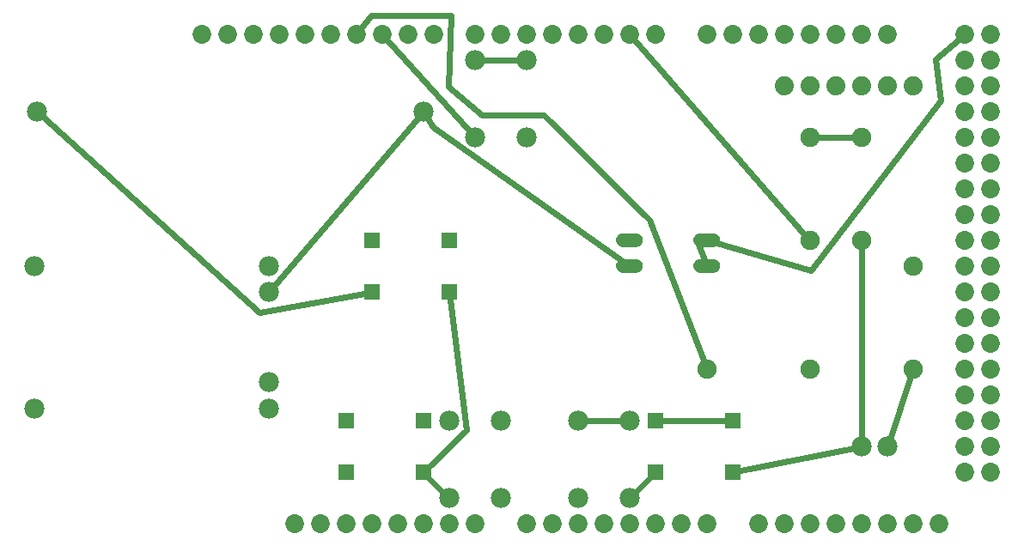
<source format=gbl>
G04 MADE WITH FRITZING*
G04 WWW.FRITZING.ORG*
G04 DOUBLE SIDED*
G04 HOLES PLATED*
G04 CONTOUR ON CENTER OF CONTOUR VECTOR*
%ASAXBY*%
%FSLAX23Y23*%
%MOIN*%
%OFA0B0*%
%SFA1.0B1.0*%
%ADD10C,0.072917*%
%ADD11C,0.075000*%
%ADD12C,0.052000*%
%ADD13C,0.078000*%
%ADD14C,0.074000*%
%ADD15C,0.059370*%
%ADD16C,0.024000*%
%ADD17R,0.001000X0.001000*%
%LNCOPPER0*%
G90*
G70*
G54D10*
X3007Y103D03*
X1407Y103D03*
X3107Y103D03*
X3207Y103D03*
X3307Y103D03*
X3407Y103D03*
X3707Y1503D03*
X3507Y103D03*
X3607Y103D03*
X1447Y2003D03*
X2007Y103D03*
X2107Y103D03*
X2207Y103D03*
X2307Y103D03*
X3707Y703D03*
X2407Y103D03*
X2507Y103D03*
X2607Y103D03*
X2707Y103D03*
X2207Y2003D03*
X3707Y1903D03*
X3707Y1103D03*
X3707Y303D03*
X1047Y2003D03*
X1807Y103D03*
X1807Y2003D03*
X3707Y1703D03*
X3707Y1303D03*
X3707Y903D03*
X3407Y2003D03*
X3707Y503D03*
X3307Y2003D03*
X3207Y2003D03*
X3107Y2003D03*
X3007Y2003D03*
X2907Y2003D03*
X2807Y2003D03*
X2707Y2003D03*
X847Y2003D03*
X1247Y2003D03*
X1647Y2003D03*
X1207Y103D03*
X1607Y103D03*
X2407Y2003D03*
X2007Y2003D03*
X3707Y2003D03*
X3707Y1803D03*
X3707Y1603D03*
X3707Y1403D03*
X3707Y1203D03*
X3707Y1003D03*
X3707Y803D03*
X3707Y603D03*
X3707Y403D03*
X747Y2003D03*
X947Y2003D03*
X1147Y2003D03*
X1347Y2003D03*
X1547Y2003D03*
X1107Y103D03*
X1307Y103D03*
X1507Y103D03*
X1707Y103D03*
X2507Y2003D03*
X2307Y2003D03*
X2107Y2003D03*
X1907Y2003D03*
X3807Y2003D03*
X3807Y1903D03*
X3807Y1803D03*
X3807Y1703D03*
X3807Y1603D03*
X3807Y1503D03*
X3807Y1403D03*
X3807Y1303D03*
X3807Y1203D03*
X3807Y1103D03*
X3807Y1003D03*
X3807Y903D03*
X3807Y803D03*
X3807Y703D03*
X3807Y603D03*
X3807Y503D03*
X3807Y403D03*
X3807Y303D03*
X2907Y103D03*
G54D11*
X3507Y1103D03*
X3507Y703D03*
G54D12*
X2707Y1103D03*
X2707Y1203D03*
X2407Y1203D03*
X2407Y1103D03*
G54D11*
X2707Y703D03*
X3107Y703D03*
G54D13*
X98Y1103D03*
X98Y551D03*
X1007Y1103D03*
X1007Y1003D03*
X1007Y652D03*
X1007Y551D03*
G54D14*
X3007Y1803D03*
X3107Y1803D03*
X3207Y1803D03*
X3307Y1803D03*
X3407Y1803D03*
X3507Y1803D03*
G54D13*
X1607Y1703D03*
X2207Y503D03*
X2207Y203D03*
X1807Y1603D03*
X1907Y203D03*
X2407Y203D03*
X1907Y503D03*
X1707Y503D03*
X107Y1703D03*
X2407Y503D03*
X2007Y1603D03*
X1807Y1903D03*
X1707Y203D03*
X2007Y1903D03*
G54D15*
X1307Y503D03*
X1607Y503D03*
X1307Y303D03*
X1607Y303D03*
X1707Y1003D03*
X1407Y1003D03*
X1707Y1203D03*
X1407Y1203D03*
X2507Y503D03*
X2807Y503D03*
X2507Y303D03*
X2807Y303D03*
G54D13*
X3407Y403D03*
X3307Y403D03*
G54D11*
X3307Y1203D03*
X3307Y1603D03*
X3107Y1203D03*
X3107Y1603D03*
G54D16*
X3595Y1906D02*
X3614Y1745D01*
D02*
X3684Y1983D02*
X3595Y1906D01*
D02*
X3614Y1745D02*
X3110Y1087D01*
D02*
X3110Y1087D02*
X2733Y1195D01*
D02*
X3417Y431D02*
X3498Y676D01*
D02*
X3136Y1603D02*
X3279Y1603D01*
D02*
X3278Y397D02*
X2838Y309D01*
D02*
X3307Y1174D02*
X3307Y433D01*
D02*
X1467Y1980D02*
X1787Y1625D01*
D02*
X1027Y1026D02*
X1588Y1680D01*
D02*
X2385Y1118D02*
X1644Y1643D01*
X1644Y1643D02*
X1623Y1677D01*
D02*
X2237Y503D02*
X2377Y503D01*
D02*
X2777Y503D02*
X2538Y503D01*
D02*
X2427Y1980D02*
X3088Y1224D01*
D02*
X1977Y1903D02*
X1837Y1903D01*
D02*
X130Y1683D02*
X972Y923D01*
X972Y923D02*
X1377Y997D01*
D02*
X1686Y224D02*
X1629Y281D01*
D02*
X2486Y281D02*
X2429Y224D01*
D02*
X1711Y972D02*
X1776Y467D01*
X1776Y467D02*
X1629Y324D01*
D02*
X1366Y2027D02*
X1404Y2075D01*
X1404Y2075D02*
X1716Y2075D01*
X1716Y2075D02*
X1706Y1801D01*
D02*
X1706Y1801D02*
X1836Y1691D01*
X1836Y1691D02*
X2076Y1691D01*
X2076Y1691D02*
X2484Y1283D01*
X2484Y1283D02*
X2697Y729D01*
D02*
X2683Y1191D02*
X2676Y1187D01*
X2676Y1187D02*
X2698Y1128D01*
G54D17*
X1378Y1232D02*
X1436Y1232D01*
X1678Y1232D02*
X1736Y1232D01*
X1378Y1231D02*
X1436Y1231D01*
X1678Y1231D02*
X1736Y1231D01*
X1378Y1230D02*
X1436Y1230D01*
X1678Y1230D02*
X1736Y1230D01*
X1378Y1229D02*
X1436Y1229D01*
X1678Y1229D02*
X1736Y1229D01*
X2378Y1229D02*
X2436Y1229D01*
X2678Y1229D02*
X2736Y1229D01*
X1378Y1228D02*
X1436Y1228D01*
X1678Y1228D02*
X1736Y1228D01*
X2373Y1228D02*
X2440Y1228D01*
X2673Y1228D02*
X2740Y1228D01*
X1378Y1227D02*
X1436Y1227D01*
X1678Y1227D02*
X1736Y1227D01*
X2371Y1227D02*
X2443Y1227D01*
X2671Y1227D02*
X2743Y1227D01*
X1378Y1226D02*
X1436Y1226D01*
X1678Y1226D02*
X1736Y1226D01*
X2369Y1226D02*
X2445Y1226D01*
X2669Y1226D02*
X2745Y1226D01*
X1378Y1225D02*
X1436Y1225D01*
X1678Y1225D02*
X1736Y1225D01*
X2367Y1225D02*
X2446Y1225D01*
X2667Y1225D02*
X2746Y1225D01*
X1378Y1224D02*
X1436Y1224D01*
X1678Y1224D02*
X1736Y1224D01*
X2366Y1224D02*
X2448Y1224D01*
X2666Y1224D02*
X2748Y1224D01*
X1378Y1223D02*
X1436Y1223D01*
X1678Y1223D02*
X1736Y1223D01*
X2365Y1223D02*
X2449Y1223D01*
X2665Y1223D02*
X2749Y1223D01*
X1378Y1222D02*
X1401Y1222D01*
X1413Y1222D02*
X1436Y1222D01*
X1678Y1222D02*
X1701Y1222D01*
X1713Y1222D02*
X1736Y1222D01*
X2363Y1222D02*
X2450Y1222D01*
X2663Y1222D02*
X2750Y1222D01*
X1378Y1221D02*
X1398Y1221D01*
X1416Y1221D02*
X1436Y1221D01*
X1678Y1221D02*
X1698Y1221D01*
X1716Y1221D02*
X1736Y1221D01*
X2362Y1221D02*
X2451Y1221D01*
X2662Y1221D02*
X2751Y1221D01*
X1378Y1220D02*
X1396Y1220D01*
X1418Y1220D02*
X1436Y1220D01*
X1678Y1220D02*
X1696Y1220D01*
X1718Y1220D02*
X1736Y1220D01*
X2362Y1220D02*
X2452Y1220D01*
X2662Y1220D02*
X2752Y1220D01*
X1378Y1219D02*
X1395Y1219D01*
X1419Y1219D02*
X1436Y1219D01*
X1678Y1219D02*
X1695Y1219D01*
X1719Y1219D02*
X1736Y1219D01*
X2361Y1219D02*
X2404Y1219D01*
X2410Y1219D02*
X2453Y1219D01*
X2661Y1219D02*
X2704Y1219D01*
X2710Y1219D02*
X2753Y1219D01*
X1378Y1218D02*
X1393Y1218D01*
X1420Y1218D02*
X1436Y1218D01*
X1678Y1218D02*
X1693Y1218D01*
X1720Y1218D02*
X1736Y1218D01*
X2360Y1218D02*
X2400Y1218D01*
X2413Y1218D02*
X2454Y1218D01*
X2660Y1218D02*
X2700Y1218D01*
X2713Y1218D02*
X2754Y1218D01*
X1378Y1217D02*
X1392Y1217D01*
X1421Y1217D02*
X1436Y1217D01*
X1678Y1217D02*
X1692Y1217D01*
X1721Y1217D02*
X1736Y1217D01*
X2359Y1217D02*
X2398Y1217D01*
X2415Y1217D02*
X2454Y1217D01*
X2659Y1217D02*
X2698Y1217D01*
X2715Y1217D02*
X2754Y1217D01*
X1378Y1216D02*
X1391Y1216D01*
X1422Y1216D02*
X1436Y1216D01*
X1678Y1216D02*
X1691Y1216D01*
X1722Y1216D02*
X1736Y1216D01*
X2359Y1216D02*
X2397Y1216D01*
X2417Y1216D02*
X2455Y1216D01*
X2659Y1216D02*
X2697Y1216D01*
X2717Y1216D02*
X2755Y1216D01*
X1378Y1215D02*
X1391Y1215D01*
X1423Y1215D02*
X1436Y1215D01*
X1678Y1215D02*
X1691Y1215D01*
X1723Y1215D02*
X1736Y1215D01*
X2358Y1215D02*
X2396Y1215D01*
X2418Y1215D02*
X2455Y1215D01*
X2658Y1215D02*
X2696Y1215D01*
X2718Y1215D02*
X2755Y1215D01*
X1378Y1214D02*
X1390Y1214D01*
X1424Y1214D02*
X1436Y1214D01*
X1678Y1214D02*
X1690Y1214D01*
X1724Y1214D02*
X1736Y1214D01*
X2358Y1214D02*
X2395Y1214D01*
X2419Y1214D02*
X2456Y1214D01*
X2658Y1214D02*
X2695Y1214D01*
X2719Y1214D02*
X2756Y1214D01*
X1378Y1213D02*
X1389Y1213D01*
X1424Y1213D02*
X1436Y1213D01*
X1678Y1213D02*
X1689Y1213D01*
X1724Y1213D02*
X1736Y1213D01*
X2357Y1213D02*
X2394Y1213D01*
X2420Y1213D02*
X2456Y1213D01*
X2657Y1213D02*
X2694Y1213D01*
X2720Y1213D02*
X2756Y1213D01*
X1378Y1212D02*
X1389Y1212D01*
X1425Y1212D02*
X1436Y1212D01*
X1678Y1212D02*
X1689Y1212D01*
X1725Y1212D02*
X1736Y1212D01*
X2357Y1212D02*
X2393Y1212D01*
X2421Y1212D02*
X2457Y1212D01*
X2657Y1212D02*
X2693Y1212D01*
X2721Y1212D02*
X2757Y1212D01*
X1378Y1211D02*
X1388Y1211D01*
X1425Y1211D02*
X1436Y1211D01*
X1678Y1211D02*
X1688Y1211D01*
X1725Y1211D02*
X1736Y1211D01*
X2356Y1211D02*
X2392Y1211D01*
X2421Y1211D02*
X2457Y1211D01*
X2656Y1211D02*
X2692Y1211D01*
X2721Y1211D02*
X2757Y1211D01*
X1378Y1210D02*
X1388Y1210D01*
X1426Y1210D02*
X1436Y1210D01*
X1678Y1210D02*
X1688Y1210D01*
X1726Y1210D02*
X1736Y1210D01*
X2356Y1210D02*
X2392Y1210D01*
X2422Y1210D02*
X2457Y1210D01*
X2656Y1210D02*
X2692Y1210D01*
X2722Y1210D02*
X2757Y1210D01*
X1378Y1209D02*
X1388Y1209D01*
X1426Y1209D02*
X1436Y1209D01*
X1678Y1209D02*
X1688Y1209D01*
X1726Y1209D02*
X1736Y1209D01*
X2356Y1209D02*
X2391Y1209D01*
X2422Y1209D02*
X2458Y1209D01*
X2656Y1209D02*
X2691Y1209D01*
X2722Y1209D02*
X2758Y1209D01*
X1378Y1208D02*
X1387Y1208D01*
X1426Y1208D02*
X1436Y1208D01*
X1678Y1208D02*
X1687Y1208D01*
X1726Y1208D02*
X1736Y1208D01*
X2356Y1208D02*
X2391Y1208D01*
X2422Y1208D02*
X2458Y1208D01*
X2656Y1208D02*
X2691Y1208D01*
X2722Y1208D02*
X2758Y1208D01*
X1378Y1207D02*
X1387Y1207D01*
X1427Y1207D02*
X1436Y1207D01*
X1678Y1207D02*
X1687Y1207D01*
X1727Y1207D02*
X1736Y1207D01*
X2356Y1207D02*
X2391Y1207D01*
X2423Y1207D02*
X2458Y1207D01*
X2656Y1207D02*
X2691Y1207D01*
X2723Y1207D02*
X2758Y1207D01*
X1378Y1206D02*
X1387Y1206D01*
X1427Y1206D02*
X1436Y1206D01*
X1678Y1206D02*
X1687Y1206D01*
X1727Y1206D02*
X1736Y1206D01*
X2355Y1206D02*
X2391Y1206D01*
X2423Y1206D02*
X2458Y1206D01*
X2655Y1206D02*
X2691Y1206D01*
X2723Y1206D02*
X2758Y1206D01*
X1378Y1205D02*
X1387Y1205D01*
X1427Y1205D02*
X1436Y1205D01*
X1678Y1205D02*
X1687Y1205D01*
X1727Y1205D02*
X1736Y1205D01*
X2355Y1205D02*
X2390Y1205D01*
X2423Y1205D02*
X2458Y1205D01*
X2655Y1205D02*
X2690Y1205D01*
X2723Y1205D02*
X2758Y1205D01*
X1378Y1204D02*
X1387Y1204D01*
X1427Y1204D02*
X1436Y1204D01*
X1678Y1204D02*
X1687Y1204D01*
X1727Y1204D02*
X1736Y1204D01*
X2355Y1204D02*
X2390Y1204D01*
X2423Y1204D02*
X2458Y1204D01*
X2655Y1204D02*
X2690Y1204D01*
X2723Y1204D02*
X2758Y1204D01*
X1378Y1203D02*
X1387Y1203D01*
X1427Y1203D02*
X1436Y1203D01*
X1678Y1203D02*
X1687Y1203D01*
X1727Y1203D02*
X1736Y1203D01*
X2355Y1203D02*
X2390Y1203D01*
X2423Y1203D02*
X2458Y1203D01*
X2655Y1203D02*
X2690Y1203D01*
X2723Y1203D02*
X2758Y1203D01*
X1378Y1202D02*
X1387Y1202D01*
X1427Y1202D02*
X1436Y1202D01*
X1678Y1202D02*
X1687Y1202D01*
X1727Y1202D02*
X1736Y1202D01*
X2355Y1202D02*
X2390Y1202D01*
X2423Y1202D02*
X2458Y1202D01*
X2655Y1202D02*
X2690Y1202D01*
X2723Y1202D02*
X2758Y1202D01*
X1378Y1201D02*
X1387Y1201D01*
X1427Y1201D02*
X1436Y1201D01*
X1678Y1201D02*
X1687Y1201D01*
X1727Y1201D02*
X1736Y1201D01*
X2355Y1201D02*
X2391Y1201D01*
X2423Y1201D02*
X2458Y1201D01*
X2655Y1201D02*
X2691Y1201D01*
X2723Y1201D02*
X2758Y1201D01*
X1378Y1200D02*
X1387Y1200D01*
X1427Y1200D02*
X1436Y1200D01*
X1678Y1200D02*
X1687Y1200D01*
X1727Y1200D02*
X1736Y1200D01*
X2356Y1200D02*
X2391Y1200D01*
X2423Y1200D02*
X2458Y1200D01*
X2656Y1200D02*
X2691Y1200D01*
X2723Y1200D02*
X2758Y1200D01*
X1378Y1199D02*
X1387Y1199D01*
X1426Y1199D02*
X1436Y1199D01*
X1678Y1199D02*
X1687Y1199D01*
X1726Y1199D02*
X1736Y1199D01*
X2356Y1199D02*
X2391Y1199D01*
X2423Y1199D02*
X2458Y1199D01*
X2656Y1199D02*
X2691Y1199D01*
X2723Y1199D02*
X2758Y1199D01*
X1378Y1198D02*
X1387Y1198D01*
X1426Y1198D02*
X1436Y1198D01*
X1678Y1198D02*
X1687Y1198D01*
X1726Y1198D02*
X1736Y1198D01*
X2356Y1198D02*
X2391Y1198D01*
X2422Y1198D02*
X2458Y1198D01*
X2656Y1198D02*
X2691Y1198D01*
X2722Y1198D02*
X2758Y1198D01*
X1378Y1197D02*
X1388Y1197D01*
X1426Y1197D02*
X1436Y1197D01*
X1678Y1197D02*
X1688Y1197D01*
X1726Y1197D02*
X1736Y1197D01*
X2356Y1197D02*
X2392Y1197D01*
X2422Y1197D02*
X2458Y1197D01*
X2656Y1197D02*
X2692Y1197D01*
X2722Y1197D02*
X2758Y1197D01*
X1378Y1196D02*
X1388Y1196D01*
X1426Y1196D02*
X1436Y1196D01*
X1678Y1196D02*
X1688Y1196D01*
X1726Y1196D02*
X1736Y1196D01*
X2356Y1196D02*
X2392Y1196D01*
X2421Y1196D02*
X2457Y1196D01*
X2656Y1196D02*
X2692Y1196D01*
X2721Y1196D02*
X2757Y1196D01*
X1378Y1195D02*
X1388Y1195D01*
X1425Y1195D02*
X1436Y1195D01*
X1678Y1195D02*
X1688Y1195D01*
X1725Y1195D02*
X1736Y1195D01*
X2357Y1195D02*
X2393Y1195D01*
X2421Y1195D02*
X2457Y1195D01*
X2657Y1195D02*
X2693Y1195D01*
X2721Y1195D02*
X2757Y1195D01*
X1378Y1194D02*
X1389Y1194D01*
X1425Y1194D02*
X1436Y1194D01*
X1678Y1194D02*
X1689Y1194D01*
X1725Y1194D02*
X1736Y1194D01*
X2357Y1194D02*
X2393Y1194D01*
X2420Y1194D02*
X2457Y1194D01*
X2657Y1194D02*
X2693Y1194D01*
X2720Y1194D02*
X2757Y1194D01*
X1378Y1193D02*
X1390Y1193D01*
X1424Y1193D02*
X1436Y1193D01*
X1678Y1193D02*
X1690Y1193D01*
X1724Y1193D02*
X1736Y1193D01*
X2357Y1193D02*
X2394Y1193D01*
X2419Y1193D02*
X2456Y1193D01*
X2657Y1193D02*
X2694Y1193D01*
X2719Y1193D02*
X2756Y1193D01*
X1378Y1192D02*
X1390Y1192D01*
X1423Y1192D02*
X1436Y1192D01*
X1678Y1192D02*
X1690Y1192D01*
X1723Y1192D02*
X1736Y1192D01*
X2358Y1192D02*
X2395Y1192D01*
X2419Y1192D02*
X2456Y1192D01*
X2658Y1192D02*
X2695Y1192D01*
X2719Y1192D02*
X2756Y1192D01*
X1378Y1191D02*
X1391Y1191D01*
X1423Y1191D02*
X1436Y1191D01*
X1678Y1191D02*
X1691Y1191D01*
X1723Y1191D02*
X1736Y1191D01*
X2358Y1191D02*
X2396Y1191D01*
X2417Y1191D02*
X2455Y1191D01*
X2658Y1191D02*
X2696Y1191D01*
X2717Y1191D02*
X2755Y1191D01*
X1378Y1190D02*
X1392Y1190D01*
X1422Y1190D02*
X1436Y1190D01*
X1678Y1190D02*
X1692Y1190D01*
X1722Y1190D02*
X1736Y1190D01*
X2359Y1190D02*
X2397Y1190D01*
X2416Y1190D02*
X2455Y1190D01*
X2659Y1190D02*
X2697Y1190D01*
X2716Y1190D02*
X2755Y1190D01*
X1378Y1189D02*
X1393Y1189D01*
X1421Y1189D02*
X1436Y1189D01*
X1678Y1189D02*
X1693Y1189D01*
X1721Y1189D02*
X1736Y1189D01*
X2360Y1189D02*
X2399Y1189D01*
X2414Y1189D02*
X2454Y1189D01*
X2660Y1189D02*
X2699Y1189D01*
X2714Y1189D02*
X2754Y1189D01*
X1378Y1188D02*
X1394Y1188D01*
X1420Y1188D02*
X1436Y1188D01*
X1678Y1188D02*
X1694Y1188D01*
X1720Y1188D02*
X1736Y1188D01*
X2360Y1188D02*
X2402Y1188D01*
X2412Y1188D02*
X2453Y1188D01*
X2660Y1188D02*
X2702Y1188D01*
X2712Y1188D02*
X2753Y1188D01*
X1378Y1187D02*
X1395Y1187D01*
X1418Y1187D02*
X1436Y1187D01*
X1678Y1187D02*
X1695Y1187D01*
X1718Y1187D02*
X1736Y1187D01*
X2361Y1187D02*
X2452Y1187D01*
X2661Y1187D02*
X2752Y1187D01*
X1378Y1186D02*
X1397Y1186D01*
X1417Y1186D02*
X1436Y1186D01*
X1678Y1186D02*
X1697Y1186D01*
X1717Y1186D02*
X1736Y1186D01*
X2362Y1186D02*
X2452Y1186D01*
X2662Y1186D02*
X2752Y1186D01*
X1378Y1185D02*
X1399Y1185D01*
X1415Y1185D02*
X1436Y1185D01*
X1678Y1185D02*
X1699Y1185D01*
X1715Y1185D02*
X1736Y1185D01*
X2363Y1185D02*
X2451Y1185D01*
X2663Y1185D02*
X2751Y1185D01*
X1378Y1184D02*
X1402Y1184D01*
X1411Y1184D02*
X1436Y1184D01*
X1678Y1184D02*
X1702Y1184D01*
X1711Y1184D02*
X1736Y1184D01*
X2364Y1184D02*
X2450Y1184D01*
X2664Y1184D02*
X2750Y1184D01*
X1378Y1183D02*
X1436Y1183D01*
X1678Y1183D02*
X1736Y1183D01*
X2365Y1183D02*
X2448Y1183D01*
X2665Y1183D02*
X2748Y1183D01*
X1378Y1182D02*
X1436Y1182D01*
X1678Y1182D02*
X1736Y1182D01*
X2366Y1182D02*
X2447Y1182D01*
X2666Y1182D02*
X2747Y1182D01*
X1378Y1181D02*
X1436Y1181D01*
X1678Y1181D02*
X1736Y1181D01*
X2368Y1181D02*
X2446Y1181D01*
X2668Y1181D02*
X2746Y1181D01*
X1378Y1180D02*
X1436Y1180D01*
X1678Y1180D02*
X1736Y1180D01*
X2370Y1180D02*
X2444Y1180D01*
X2670Y1180D02*
X2744Y1180D01*
X1378Y1179D02*
X1436Y1179D01*
X1678Y1179D02*
X1736Y1179D01*
X2372Y1179D02*
X2442Y1179D01*
X2672Y1179D02*
X2742Y1179D01*
X1378Y1178D02*
X1436Y1178D01*
X1678Y1178D02*
X1736Y1178D01*
X2375Y1178D02*
X2438Y1178D01*
X2675Y1178D02*
X2738Y1178D01*
X1378Y1177D02*
X1436Y1177D01*
X1678Y1177D02*
X1736Y1177D01*
X1378Y1176D02*
X1436Y1176D01*
X1678Y1176D02*
X1736Y1176D01*
X1378Y1175D02*
X1436Y1175D01*
X1678Y1175D02*
X1736Y1175D01*
X1378Y1174D02*
X1436Y1174D01*
X1678Y1174D02*
X1736Y1174D01*
X2378Y1129D02*
X2436Y1129D01*
X2678Y1129D02*
X2736Y1129D01*
X2373Y1128D02*
X2440Y1128D01*
X2673Y1128D02*
X2740Y1128D01*
X2371Y1127D02*
X2443Y1127D01*
X2671Y1127D02*
X2743Y1127D01*
X2369Y1126D02*
X2445Y1126D01*
X2669Y1126D02*
X2745Y1126D01*
X2367Y1125D02*
X2446Y1125D01*
X2667Y1125D02*
X2746Y1125D01*
X2366Y1124D02*
X2448Y1124D01*
X2666Y1124D02*
X2748Y1124D01*
X2365Y1123D02*
X2449Y1123D01*
X2665Y1123D02*
X2749Y1123D01*
X2363Y1122D02*
X2450Y1122D01*
X2663Y1122D02*
X2750Y1122D01*
X2362Y1121D02*
X2451Y1121D01*
X2662Y1121D02*
X2751Y1121D01*
X2362Y1120D02*
X2452Y1120D01*
X2662Y1120D02*
X2752Y1120D01*
X2361Y1119D02*
X2404Y1119D01*
X2410Y1119D02*
X2453Y1119D01*
X2661Y1119D02*
X2704Y1119D01*
X2710Y1119D02*
X2753Y1119D01*
X2360Y1118D02*
X2400Y1118D01*
X2413Y1118D02*
X2454Y1118D01*
X2660Y1118D02*
X2700Y1118D01*
X2713Y1118D02*
X2754Y1118D01*
X2359Y1117D02*
X2398Y1117D01*
X2415Y1117D02*
X2454Y1117D01*
X2659Y1117D02*
X2698Y1117D01*
X2715Y1117D02*
X2754Y1117D01*
X2359Y1116D02*
X2397Y1116D01*
X2417Y1116D02*
X2455Y1116D01*
X2659Y1116D02*
X2697Y1116D01*
X2717Y1116D02*
X2755Y1116D01*
X2358Y1115D02*
X2396Y1115D01*
X2418Y1115D02*
X2455Y1115D01*
X2658Y1115D02*
X2696Y1115D01*
X2718Y1115D02*
X2755Y1115D01*
X2358Y1114D02*
X2395Y1114D01*
X2419Y1114D02*
X2456Y1114D01*
X2658Y1114D02*
X2695Y1114D01*
X2719Y1114D02*
X2756Y1114D01*
X2357Y1113D02*
X2394Y1113D01*
X2420Y1113D02*
X2456Y1113D01*
X2657Y1113D02*
X2694Y1113D01*
X2720Y1113D02*
X2756Y1113D01*
X2357Y1112D02*
X2393Y1112D01*
X2421Y1112D02*
X2457Y1112D01*
X2657Y1112D02*
X2693Y1112D01*
X2721Y1112D02*
X2757Y1112D01*
X2356Y1111D02*
X2392Y1111D01*
X2421Y1111D02*
X2457Y1111D01*
X2656Y1111D02*
X2692Y1111D01*
X2721Y1111D02*
X2757Y1111D01*
X2356Y1110D02*
X2392Y1110D01*
X2422Y1110D02*
X2457Y1110D01*
X2656Y1110D02*
X2692Y1110D01*
X2722Y1110D02*
X2757Y1110D01*
X2356Y1109D02*
X2391Y1109D01*
X2422Y1109D02*
X2458Y1109D01*
X2656Y1109D02*
X2691Y1109D01*
X2722Y1109D02*
X2758Y1109D01*
X2356Y1108D02*
X2391Y1108D01*
X2422Y1108D02*
X2458Y1108D01*
X2656Y1108D02*
X2691Y1108D01*
X2722Y1108D02*
X2758Y1108D01*
X2356Y1107D02*
X2391Y1107D01*
X2423Y1107D02*
X2458Y1107D01*
X2656Y1107D02*
X2691Y1107D01*
X2723Y1107D02*
X2758Y1107D01*
X2355Y1106D02*
X2391Y1106D01*
X2423Y1106D02*
X2458Y1106D01*
X2655Y1106D02*
X2691Y1106D01*
X2723Y1106D02*
X2758Y1106D01*
X2355Y1105D02*
X2390Y1105D01*
X2423Y1105D02*
X2458Y1105D01*
X2655Y1105D02*
X2690Y1105D01*
X2723Y1105D02*
X2758Y1105D01*
X2355Y1104D02*
X2390Y1104D01*
X2423Y1104D02*
X2458Y1104D01*
X2655Y1104D02*
X2690Y1104D01*
X2723Y1104D02*
X2758Y1104D01*
X2355Y1103D02*
X2390Y1103D01*
X2423Y1103D02*
X2458Y1103D01*
X2655Y1103D02*
X2690Y1103D01*
X2723Y1103D02*
X2758Y1103D01*
X2355Y1102D02*
X2390Y1102D01*
X2423Y1102D02*
X2458Y1102D01*
X2655Y1102D02*
X2690Y1102D01*
X2723Y1102D02*
X2758Y1102D01*
X2355Y1101D02*
X2391Y1101D01*
X2423Y1101D02*
X2458Y1101D01*
X2655Y1101D02*
X2691Y1101D01*
X2723Y1101D02*
X2758Y1101D01*
X2356Y1100D02*
X2391Y1100D01*
X2423Y1100D02*
X2458Y1100D01*
X2656Y1100D02*
X2691Y1100D01*
X2723Y1100D02*
X2758Y1100D01*
X2356Y1099D02*
X2391Y1099D01*
X2423Y1099D02*
X2458Y1099D01*
X2656Y1099D02*
X2691Y1099D01*
X2723Y1099D02*
X2758Y1099D01*
X2356Y1098D02*
X2391Y1098D01*
X2422Y1098D02*
X2458Y1098D01*
X2656Y1098D02*
X2691Y1098D01*
X2722Y1098D02*
X2758Y1098D01*
X2356Y1097D02*
X2392Y1097D01*
X2422Y1097D02*
X2458Y1097D01*
X2656Y1097D02*
X2692Y1097D01*
X2722Y1097D02*
X2758Y1097D01*
X2356Y1096D02*
X2392Y1096D01*
X2421Y1096D02*
X2457Y1096D01*
X2656Y1096D02*
X2692Y1096D01*
X2721Y1096D02*
X2757Y1096D01*
X2357Y1095D02*
X2393Y1095D01*
X2421Y1095D02*
X2457Y1095D01*
X2657Y1095D02*
X2693Y1095D01*
X2721Y1095D02*
X2757Y1095D01*
X2357Y1094D02*
X2393Y1094D01*
X2420Y1094D02*
X2457Y1094D01*
X2657Y1094D02*
X2693Y1094D01*
X2720Y1094D02*
X2757Y1094D01*
X2357Y1093D02*
X2394Y1093D01*
X2419Y1093D02*
X2456Y1093D01*
X2657Y1093D02*
X2694Y1093D01*
X2719Y1093D02*
X2756Y1093D01*
X2358Y1092D02*
X2395Y1092D01*
X2419Y1092D02*
X2456Y1092D01*
X2658Y1092D02*
X2695Y1092D01*
X2719Y1092D02*
X2756Y1092D01*
X2358Y1091D02*
X2396Y1091D01*
X2417Y1091D02*
X2455Y1091D01*
X2658Y1091D02*
X2696Y1091D01*
X2717Y1091D02*
X2755Y1091D01*
X2359Y1090D02*
X2397Y1090D01*
X2416Y1090D02*
X2455Y1090D01*
X2659Y1090D02*
X2697Y1090D01*
X2716Y1090D02*
X2755Y1090D01*
X2360Y1089D02*
X2399Y1089D01*
X2414Y1089D02*
X2454Y1089D01*
X2660Y1089D02*
X2699Y1089D01*
X2714Y1089D02*
X2754Y1089D01*
X2360Y1088D02*
X2402Y1088D01*
X2412Y1088D02*
X2453Y1088D01*
X2660Y1088D02*
X2702Y1088D01*
X2712Y1088D02*
X2753Y1088D01*
X2361Y1087D02*
X2452Y1087D01*
X2661Y1087D02*
X2752Y1087D01*
X2362Y1086D02*
X2452Y1086D01*
X2662Y1086D02*
X2752Y1086D01*
X2363Y1085D02*
X2451Y1085D01*
X2663Y1085D02*
X2751Y1085D01*
X2364Y1084D02*
X2450Y1084D01*
X2664Y1084D02*
X2750Y1084D01*
X2365Y1083D02*
X2448Y1083D01*
X2665Y1083D02*
X2748Y1083D01*
X2366Y1082D02*
X2447Y1082D01*
X2666Y1082D02*
X2747Y1082D01*
X2368Y1081D02*
X2446Y1081D01*
X2668Y1081D02*
X2746Y1081D01*
X2370Y1080D02*
X2444Y1080D01*
X2670Y1080D02*
X2744Y1080D01*
X2372Y1079D02*
X2442Y1079D01*
X2672Y1079D02*
X2742Y1079D01*
X2375Y1078D02*
X2438Y1078D01*
X2675Y1078D02*
X2738Y1078D01*
X1378Y1032D02*
X1436Y1032D01*
X1678Y1032D02*
X1736Y1032D01*
X1378Y1031D02*
X1436Y1031D01*
X1678Y1031D02*
X1736Y1031D01*
X1378Y1030D02*
X1436Y1030D01*
X1678Y1030D02*
X1736Y1030D01*
X1378Y1029D02*
X1436Y1029D01*
X1678Y1029D02*
X1736Y1029D01*
X1378Y1028D02*
X1436Y1028D01*
X1678Y1028D02*
X1736Y1028D01*
X1378Y1027D02*
X1436Y1027D01*
X1678Y1027D02*
X1736Y1027D01*
X1378Y1026D02*
X1436Y1026D01*
X1678Y1026D02*
X1736Y1026D01*
X1378Y1025D02*
X1436Y1025D01*
X1678Y1025D02*
X1736Y1025D01*
X1378Y1024D02*
X1436Y1024D01*
X1678Y1024D02*
X1736Y1024D01*
X1378Y1023D02*
X1436Y1023D01*
X1678Y1023D02*
X1736Y1023D01*
X1378Y1022D02*
X1401Y1022D01*
X1413Y1022D02*
X1436Y1022D01*
X1678Y1022D02*
X1701Y1022D01*
X1713Y1022D02*
X1736Y1022D01*
X1378Y1021D02*
X1398Y1021D01*
X1416Y1021D02*
X1436Y1021D01*
X1678Y1021D02*
X1698Y1021D01*
X1716Y1021D02*
X1736Y1021D01*
X1378Y1020D02*
X1396Y1020D01*
X1418Y1020D02*
X1436Y1020D01*
X1678Y1020D02*
X1696Y1020D01*
X1718Y1020D02*
X1736Y1020D01*
X1378Y1019D02*
X1395Y1019D01*
X1419Y1019D02*
X1436Y1019D01*
X1678Y1019D02*
X1695Y1019D01*
X1719Y1019D02*
X1736Y1019D01*
X1378Y1018D02*
X1393Y1018D01*
X1420Y1018D02*
X1436Y1018D01*
X1678Y1018D02*
X1693Y1018D01*
X1720Y1018D02*
X1736Y1018D01*
X1378Y1017D02*
X1392Y1017D01*
X1421Y1017D02*
X1436Y1017D01*
X1678Y1017D02*
X1692Y1017D01*
X1721Y1017D02*
X1736Y1017D01*
X1378Y1016D02*
X1391Y1016D01*
X1422Y1016D02*
X1436Y1016D01*
X1678Y1016D02*
X1691Y1016D01*
X1722Y1016D02*
X1736Y1016D01*
X1378Y1015D02*
X1391Y1015D01*
X1423Y1015D02*
X1436Y1015D01*
X1678Y1015D02*
X1691Y1015D01*
X1723Y1015D02*
X1736Y1015D01*
X1378Y1014D02*
X1390Y1014D01*
X1424Y1014D02*
X1436Y1014D01*
X1678Y1014D02*
X1690Y1014D01*
X1724Y1014D02*
X1736Y1014D01*
X1378Y1013D02*
X1389Y1013D01*
X1424Y1013D02*
X1436Y1013D01*
X1678Y1013D02*
X1689Y1013D01*
X1724Y1013D02*
X1736Y1013D01*
X1378Y1012D02*
X1389Y1012D01*
X1425Y1012D02*
X1436Y1012D01*
X1678Y1012D02*
X1689Y1012D01*
X1725Y1012D02*
X1736Y1012D01*
X1378Y1011D02*
X1388Y1011D01*
X1425Y1011D02*
X1436Y1011D01*
X1678Y1011D02*
X1688Y1011D01*
X1725Y1011D02*
X1736Y1011D01*
X1378Y1010D02*
X1388Y1010D01*
X1426Y1010D02*
X1436Y1010D01*
X1678Y1010D02*
X1688Y1010D01*
X1726Y1010D02*
X1736Y1010D01*
X1378Y1009D02*
X1388Y1009D01*
X1426Y1009D02*
X1436Y1009D01*
X1678Y1009D02*
X1688Y1009D01*
X1726Y1009D02*
X1736Y1009D01*
X1378Y1008D02*
X1387Y1008D01*
X1426Y1008D02*
X1436Y1008D01*
X1678Y1008D02*
X1687Y1008D01*
X1726Y1008D02*
X1736Y1008D01*
X1378Y1007D02*
X1387Y1007D01*
X1427Y1007D02*
X1436Y1007D01*
X1678Y1007D02*
X1687Y1007D01*
X1727Y1007D02*
X1736Y1007D01*
X1378Y1006D02*
X1387Y1006D01*
X1427Y1006D02*
X1436Y1006D01*
X1678Y1006D02*
X1687Y1006D01*
X1727Y1006D02*
X1736Y1006D01*
X1378Y1005D02*
X1387Y1005D01*
X1427Y1005D02*
X1436Y1005D01*
X1678Y1005D02*
X1687Y1005D01*
X1727Y1005D02*
X1736Y1005D01*
X1378Y1004D02*
X1387Y1004D01*
X1427Y1004D02*
X1436Y1004D01*
X1678Y1004D02*
X1687Y1004D01*
X1727Y1004D02*
X1736Y1004D01*
X1378Y1003D02*
X1387Y1003D01*
X1427Y1003D02*
X1436Y1003D01*
X1678Y1003D02*
X1687Y1003D01*
X1727Y1003D02*
X1736Y1003D01*
X1378Y1002D02*
X1387Y1002D01*
X1427Y1002D02*
X1436Y1002D01*
X1678Y1002D02*
X1687Y1002D01*
X1727Y1002D02*
X1736Y1002D01*
X1378Y1001D02*
X1387Y1001D01*
X1427Y1001D02*
X1436Y1001D01*
X1678Y1001D02*
X1687Y1001D01*
X1727Y1001D02*
X1736Y1001D01*
X1378Y1000D02*
X1387Y1000D01*
X1427Y1000D02*
X1436Y1000D01*
X1678Y1000D02*
X1687Y1000D01*
X1727Y1000D02*
X1736Y1000D01*
X1378Y999D02*
X1387Y999D01*
X1426Y999D02*
X1436Y999D01*
X1678Y999D02*
X1687Y999D01*
X1726Y999D02*
X1736Y999D01*
X1378Y998D02*
X1387Y998D01*
X1426Y998D02*
X1436Y998D01*
X1678Y998D02*
X1687Y998D01*
X1726Y998D02*
X1736Y998D01*
X1378Y997D02*
X1388Y997D01*
X1426Y997D02*
X1436Y997D01*
X1678Y997D02*
X1688Y997D01*
X1726Y997D02*
X1736Y997D01*
X1378Y996D02*
X1388Y996D01*
X1426Y996D02*
X1436Y996D01*
X1678Y996D02*
X1688Y996D01*
X1726Y996D02*
X1736Y996D01*
X1378Y995D02*
X1388Y995D01*
X1425Y995D02*
X1436Y995D01*
X1678Y995D02*
X1688Y995D01*
X1725Y995D02*
X1736Y995D01*
X1378Y994D02*
X1389Y994D01*
X1425Y994D02*
X1436Y994D01*
X1678Y994D02*
X1689Y994D01*
X1725Y994D02*
X1736Y994D01*
X1378Y993D02*
X1390Y993D01*
X1424Y993D02*
X1436Y993D01*
X1678Y993D02*
X1690Y993D01*
X1724Y993D02*
X1736Y993D01*
X1378Y992D02*
X1390Y992D01*
X1423Y992D02*
X1436Y992D01*
X1678Y992D02*
X1690Y992D01*
X1723Y992D02*
X1736Y992D01*
X1378Y991D02*
X1391Y991D01*
X1423Y991D02*
X1436Y991D01*
X1678Y991D02*
X1691Y991D01*
X1723Y991D02*
X1736Y991D01*
X1378Y990D02*
X1392Y990D01*
X1422Y990D02*
X1436Y990D01*
X1678Y990D02*
X1692Y990D01*
X1722Y990D02*
X1736Y990D01*
X1378Y989D02*
X1393Y989D01*
X1421Y989D02*
X1436Y989D01*
X1678Y989D02*
X1693Y989D01*
X1721Y989D02*
X1736Y989D01*
X1378Y988D02*
X1394Y988D01*
X1420Y988D02*
X1436Y988D01*
X1678Y988D02*
X1694Y988D01*
X1720Y988D02*
X1736Y988D01*
X1378Y987D02*
X1395Y987D01*
X1418Y987D02*
X1436Y987D01*
X1678Y987D02*
X1695Y987D01*
X1718Y987D02*
X1736Y987D01*
X1378Y986D02*
X1397Y986D01*
X1417Y986D02*
X1436Y986D01*
X1678Y986D02*
X1697Y986D01*
X1717Y986D02*
X1736Y986D01*
X1378Y985D02*
X1399Y985D01*
X1415Y985D02*
X1436Y985D01*
X1678Y985D02*
X1699Y985D01*
X1715Y985D02*
X1736Y985D01*
X1378Y984D02*
X1402Y984D01*
X1411Y984D02*
X1436Y984D01*
X1678Y984D02*
X1702Y984D01*
X1711Y984D02*
X1736Y984D01*
X1378Y983D02*
X1436Y983D01*
X1678Y983D02*
X1736Y983D01*
X1378Y982D02*
X1436Y982D01*
X1678Y982D02*
X1736Y982D01*
X1378Y981D02*
X1436Y981D01*
X1678Y981D02*
X1736Y981D01*
X1378Y980D02*
X1436Y980D01*
X1678Y980D02*
X1736Y980D01*
X1378Y979D02*
X1436Y979D01*
X1678Y979D02*
X1736Y979D01*
X1378Y978D02*
X1436Y978D01*
X1678Y978D02*
X1736Y978D01*
X1378Y977D02*
X1436Y977D01*
X1678Y977D02*
X1736Y977D01*
X1378Y976D02*
X1436Y976D01*
X1678Y976D02*
X1736Y976D01*
X1378Y975D02*
X1436Y975D01*
X1678Y975D02*
X1736Y975D01*
X1378Y974D02*
X1436Y974D01*
X1678Y974D02*
X1736Y974D01*
X1278Y532D02*
X1336Y532D01*
X1578Y532D02*
X1636Y532D01*
X2478Y532D02*
X2536Y532D01*
X2778Y532D02*
X2836Y532D01*
X1278Y531D02*
X1336Y531D01*
X1578Y531D02*
X1636Y531D01*
X2478Y531D02*
X2536Y531D01*
X2778Y531D02*
X2836Y531D01*
X1278Y530D02*
X1336Y530D01*
X1578Y530D02*
X1636Y530D01*
X2478Y530D02*
X2536Y530D01*
X2778Y530D02*
X2836Y530D01*
X1278Y529D02*
X1336Y529D01*
X1578Y529D02*
X1636Y529D01*
X2478Y529D02*
X2536Y529D01*
X2778Y529D02*
X2836Y529D01*
X1278Y528D02*
X1336Y528D01*
X1578Y528D02*
X1636Y528D01*
X2478Y528D02*
X2536Y528D01*
X2778Y528D02*
X2836Y528D01*
X1278Y527D02*
X1336Y527D01*
X1578Y527D02*
X1636Y527D01*
X2478Y527D02*
X2536Y527D01*
X2778Y527D02*
X2836Y527D01*
X1278Y526D02*
X1336Y526D01*
X1578Y526D02*
X1636Y526D01*
X2478Y526D02*
X2536Y526D01*
X2778Y526D02*
X2836Y526D01*
X1278Y525D02*
X1336Y525D01*
X1578Y525D02*
X1636Y525D01*
X2478Y525D02*
X2536Y525D01*
X2778Y525D02*
X2836Y525D01*
X1278Y524D02*
X1336Y524D01*
X1578Y524D02*
X1636Y524D01*
X2478Y524D02*
X2536Y524D01*
X2778Y524D02*
X2836Y524D01*
X1278Y523D02*
X1336Y523D01*
X1578Y523D02*
X1636Y523D01*
X2478Y523D02*
X2536Y523D01*
X2778Y523D02*
X2836Y523D01*
X1278Y522D02*
X1301Y522D01*
X1313Y522D02*
X1336Y522D01*
X1578Y522D02*
X1601Y522D01*
X1613Y522D02*
X1636Y522D01*
X2478Y522D02*
X2501Y522D01*
X2513Y522D02*
X2536Y522D01*
X2778Y522D02*
X2801Y522D01*
X2813Y522D02*
X2836Y522D01*
X1278Y521D02*
X1298Y521D01*
X1316Y521D02*
X1336Y521D01*
X1578Y521D02*
X1598Y521D01*
X1616Y521D02*
X1636Y521D01*
X2478Y521D02*
X2498Y521D01*
X2516Y521D02*
X2536Y521D01*
X2778Y521D02*
X2798Y521D01*
X2816Y521D02*
X2836Y521D01*
X1278Y520D02*
X1296Y520D01*
X1318Y520D02*
X1336Y520D01*
X1578Y520D02*
X1596Y520D01*
X1618Y520D02*
X1636Y520D01*
X2478Y520D02*
X2496Y520D01*
X2518Y520D02*
X2536Y520D01*
X2778Y520D02*
X2796Y520D01*
X2818Y520D02*
X2836Y520D01*
X1278Y519D02*
X1295Y519D01*
X1319Y519D02*
X1336Y519D01*
X1578Y519D02*
X1595Y519D01*
X1619Y519D02*
X1636Y519D01*
X2478Y519D02*
X2495Y519D01*
X2519Y519D02*
X2536Y519D01*
X2778Y519D02*
X2795Y519D01*
X2819Y519D02*
X2836Y519D01*
X1278Y518D02*
X1293Y518D01*
X1320Y518D02*
X1336Y518D01*
X1578Y518D02*
X1593Y518D01*
X1620Y518D02*
X1636Y518D01*
X2478Y518D02*
X2493Y518D01*
X2520Y518D02*
X2536Y518D01*
X2778Y518D02*
X2793Y518D01*
X2820Y518D02*
X2836Y518D01*
X1278Y517D02*
X1292Y517D01*
X1321Y517D02*
X1336Y517D01*
X1578Y517D02*
X1592Y517D01*
X1621Y517D02*
X1636Y517D01*
X2478Y517D02*
X2492Y517D01*
X2521Y517D02*
X2536Y517D01*
X2778Y517D02*
X2792Y517D01*
X2821Y517D02*
X2836Y517D01*
X1278Y516D02*
X1291Y516D01*
X1322Y516D02*
X1336Y516D01*
X1578Y516D02*
X1591Y516D01*
X1622Y516D02*
X1636Y516D01*
X2478Y516D02*
X2491Y516D01*
X2522Y516D02*
X2536Y516D01*
X2778Y516D02*
X2791Y516D01*
X2822Y516D02*
X2836Y516D01*
X1278Y515D02*
X1291Y515D01*
X1323Y515D02*
X1336Y515D01*
X1578Y515D02*
X1591Y515D01*
X1623Y515D02*
X1636Y515D01*
X2478Y515D02*
X2491Y515D01*
X2523Y515D02*
X2536Y515D01*
X2778Y515D02*
X2791Y515D01*
X2823Y515D02*
X2836Y515D01*
X1278Y514D02*
X1290Y514D01*
X1324Y514D02*
X1336Y514D01*
X1578Y514D02*
X1590Y514D01*
X1624Y514D02*
X1636Y514D01*
X2478Y514D02*
X2490Y514D01*
X2524Y514D02*
X2536Y514D01*
X2778Y514D02*
X2790Y514D01*
X2824Y514D02*
X2836Y514D01*
X1278Y513D02*
X1289Y513D01*
X1324Y513D02*
X1336Y513D01*
X1578Y513D02*
X1589Y513D01*
X1624Y513D02*
X1636Y513D01*
X2478Y513D02*
X2489Y513D01*
X2524Y513D02*
X2536Y513D01*
X2778Y513D02*
X2789Y513D01*
X2824Y513D02*
X2836Y513D01*
X1278Y512D02*
X1289Y512D01*
X1325Y512D02*
X1336Y512D01*
X1578Y512D02*
X1589Y512D01*
X1625Y512D02*
X1636Y512D01*
X2478Y512D02*
X2489Y512D01*
X2525Y512D02*
X2536Y512D01*
X2778Y512D02*
X2789Y512D01*
X2825Y512D02*
X2836Y512D01*
X1278Y511D02*
X1288Y511D01*
X1325Y511D02*
X1336Y511D01*
X1578Y511D02*
X1588Y511D01*
X1625Y511D02*
X1636Y511D01*
X2478Y511D02*
X2488Y511D01*
X2525Y511D02*
X2536Y511D01*
X2778Y511D02*
X2788Y511D01*
X2825Y511D02*
X2836Y511D01*
X1278Y510D02*
X1288Y510D01*
X1326Y510D02*
X1336Y510D01*
X1578Y510D02*
X1588Y510D01*
X1626Y510D02*
X1636Y510D01*
X2478Y510D02*
X2488Y510D01*
X2526Y510D02*
X2536Y510D01*
X2778Y510D02*
X2788Y510D01*
X2826Y510D02*
X2836Y510D01*
X1278Y509D02*
X1288Y509D01*
X1326Y509D02*
X1336Y509D01*
X1578Y509D02*
X1588Y509D01*
X1626Y509D02*
X1636Y509D01*
X2478Y509D02*
X2488Y509D01*
X2526Y509D02*
X2536Y509D01*
X2778Y509D02*
X2788Y509D01*
X2826Y509D02*
X2836Y509D01*
X1278Y508D02*
X1287Y508D01*
X1326Y508D02*
X1336Y508D01*
X1578Y508D02*
X1587Y508D01*
X1626Y508D02*
X1636Y508D01*
X2478Y508D02*
X2487Y508D01*
X2526Y508D02*
X2536Y508D01*
X2778Y508D02*
X2787Y508D01*
X2826Y508D02*
X2836Y508D01*
X1278Y507D02*
X1287Y507D01*
X1327Y507D02*
X1336Y507D01*
X1578Y507D02*
X1587Y507D01*
X1627Y507D02*
X1636Y507D01*
X2478Y507D02*
X2487Y507D01*
X2527Y507D02*
X2536Y507D01*
X2778Y507D02*
X2787Y507D01*
X2827Y507D02*
X2836Y507D01*
X1278Y506D02*
X1287Y506D01*
X1327Y506D02*
X1336Y506D01*
X1578Y506D02*
X1587Y506D01*
X1627Y506D02*
X1636Y506D01*
X2478Y506D02*
X2487Y506D01*
X2527Y506D02*
X2536Y506D01*
X2778Y506D02*
X2787Y506D01*
X2827Y506D02*
X2836Y506D01*
X1278Y505D02*
X1287Y505D01*
X1327Y505D02*
X1336Y505D01*
X1578Y505D02*
X1587Y505D01*
X1627Y505D02*
X1636Y505D01*
X2478Y505D02*
X2487Y505D01*
X2527Y505D02*
X2536Y505D01*
X2778Y505D02*
X2787Y505D01*
X2827Y505D02*
X2836Y505D01*
X1278Y504D02*
X1287Y504D01*
X1327Y504D02*
X1336Y504D01*
X1578Y504D02*
X1587Y504D01*
X1627Y504D02*
X1636Y504D01*
X2478Y504D02*
X2487Y504D01*
X2527Y504D02*
X2536Y504D01*
X2778Y504D02*
X2787Y504D01*
X2827Y504D02*
X2836Y504D01*
X1278Y503D02*
X1287Y503D01*
X1327Y503D02*
X1336Y503D01*
X1578Y503D02*
X1587Y503D01*
X1627Y503D02*
X1636Y503D01*
X2478Y503D02*
X2487Y503D01*
X2527Y503D02*
X2536Y503D01*
X2778Y503D02*
X2787Y503D01*
X2827Y503D02*
X2836Y503D01*
X1278Y502D02*
X1287Y502D01*
X1327Y502D02*
X1336Y502D01*
X1578Y502D02*
X1587Y502D01*
X1627Y502D02*
X1636Y502D01*
X2478Y502D02*
X2487Y502D01*
X2527Y502D02*
X2536Y502D01*
X2778Y502D02*
X2787Y502D01*
X2827Y502D02*
X2836Y502D01*
X1278Y501D02*
X1287Y501D01*
X1327Y501D02*
X1336Y501D01*
X1578Y501D02*
X1587Y501D01*
X1627Y501D02*
X1636Y501D01*
X2478Y501D02*
X2487Y501D01*
X2527Y501D02*
X2536Y501D01*
X2778Y501D02*
X2787Y501D01*
X2827Y501D02*
X2836Y501D01*
X1278Y500D02*
X1287Y500D01*
X1327Y500D02*
X1336Y500D01*
X1578Y500D02*
X1587Y500D01*
X1627Y500D02*
X1636Y500D01*
X2478Y500D02*
X2487Y500D01*
X2527Y500D02*
X2536Y500D01*
X2778Y500D02*
X2787Y500D01*
X2827Y500D02*
X2836Y500D01*
X1278Y499D02*
X1287Y499D01*
X1326Y499D02*
X1336Y499D01*
X1578Y499D02*
X1587Y499D01*
X1626Y499D02*
X1636Y499D01*
X2478Y499D02*
X2487Y499D01*
X2526Y499D02*
X2536Y499D01*
X2778Y499D02*
X2787Y499D01*
X2826Y499D02*
X2836Y499D01*
X1278Y498D02*
X1287Y498D01*
X1326Y498D02*
X1336Y498D01*
X1578Y498D02*
X1587Y498D01*
X1626Y498D02*
X1636Y498D01*
X2478Y498D02*
X2487Y498D01*
X2526Y498D02*
X2536Y498D01*
X2778Y498D02*
X2787Y498D01*
X2826Y498D02*
X2836Y498D01*
X1278Y497D02*
X1288Y497D01*
X1326Y497D02*
X1336Y497D01*
X1578Y497D02*
X1588Y497D01*
X1626Y497D02*
X1636Y497D01*
X2478Y497D02*
X2488Y497D01*
X2526Y497D02*
X2536Y497D01*
X2778Y497D02*
X2788Y497D01*
X2826Y497D02*
X2836Y497D01*
X1278Y496D02*
X1288Y496D01*
X1326Y496D02*
X1336Y496D01*
X1578Y496D02*
X1588Y496D01*
X1626Y496D02*
X1636Y496D01*
X2478Y496D02*
X2488Y496D01*
X2526Y496D02*
X2536Y496D01*
X2778Y496D02*
X2788Y496D01*
X2826Y496D02*
X2836Y496D01*
X1278Y495D02*
X1288Y495D01*
X1325Y495D02*
X1336Y495D01*
X1578Y495D02*
X1588Y495D01*
X1625Y495D02*
X1636Y495D01*
X2478Y495D02*
X2488Y495D01*
X2525Y495D02*
X2536Y495D01*
X2778Y495D02*
X2788Y495D01*
X2825Y495D02*
X2836Y495D01*
X1278Y494D02*
X1289Y494D01*
X1325Y494D02*
X1336Y494D01*
X1578Y494D02*
X1589Y494D01*
X1625Y494D02*
X1636Y494D01*
X2478Y494D02*
X2489Y494D01*
X2525Y494D02*
X2536Y494D01*
X2778Y494D02*
X2789Y494D01*
X2825Y494D02*
X2836Y494D01*
X1278Y493D02*
X1290Y493D01*
X1324Y493D02*
X1336Y493D01*
X1578Y493D02*
X1590Y493D01*
X1624Y493D02*
X1636Y493D01*
X2478Y493D02*
X2490Y493D01*
X2524Y493D02*
X2536Y493D01*
X2778Y493D02*
X2790Y493D01*
X2824Y493D02*
X2836Y493D01*
X1278Y492D02*
X1290Y492D01*
X1323Y492D02*
X1336Y492D01*
X1578Y492D02*
X1590Y492D01*
X1623Y492D02*
X1636Y492D01*
X2478Y492D02*
X2490Y492D01*
X2523Y492D02*
X2536Y492D01*
X2778Y492D02*
X2790Y492D01*
X2823Y492D02*
X2836Y492D01*
X1278Y491D02*
X1291Y491D01*
X1323Y491D02*
X1336Y491D01*
X1578Y491D02*
X1591Y491D01*
X1623Y491D02*
X1636Y491D01*
X2478Y491D02*
X2491Y491D01*
X2523Y491D02*
X2536Y491D01*
X2778Y491D02*
X2791Y491D01*
X2823Y491D02*
X2836Y491D01*
X1278Y490D02*
X1292Y490D01*
X1322Y490D02*
X1336Y490D01*
X1578Y490D02*
X1592Y490D01*
X1622Y490D02*
X1636Y490D01*
X2478Y490D02*
X2492Y490D01*
X2522Y490D02*
X2536Y490D01*
X2778Y490D02*
X2792Y490D01*
X2822Y490D02*
X2836Y490D01*
X1278Y489D02*
X1293Y489D01*
X1321Y489D02*
X1336Y489D01*
X1578Y489D02*
X1593Y489D01*
X1621Y489D02*
X1636Y489D01*
X2478Y489D02*
X2493Y489D01*
X2521Y489D02*
X2536Y489D01*
X2778Y489D02*
X2793Y489D01*
X2821Y489D02*
X2836Y489D01*
X1278Y488D02*
X1294Y488D01*
X1320Y488D02*
X1336Y488D01*
X1578Y488D02*
X1594Y488D01*
X1620Y488D02*
X1636Y488D01*
X2478Y488D02*
X2494Y488D01*
X2520Y488D02*
X2536Y488D01*
X2778Y488D02*
X2794Y488D01*
X2820Y488D02*
X2836Y488D01*
X1278Y487D02*
X1295Y487D01*
X1318Y487D02*
X1336Y487D01*
X1578Y487D02*
X1595Y487D01*
X1618Y487D02*
X1636Y487D01*
X2478Y487D02*
X2495Y487D01*
X2518Y487D02*
X2536Y487D01*
X2778Y487D02*
X2795Y487D01*
X2818Y487D02*
X2836Y487D01*
X1278Y486D02*
X1297Y486D01*
X1317Y486D02*
X1336Y486D01*
X1578Y486D02*
X1597Y486D01*
X1617Y486D02*
X1636Y486D01*
X2478Y486D02*
X2497Y486D01*
X2517Y486D02*
X2536Y486D01*
X2778Y486D02*
X2797Y486D01*
X2817Y486D02*
X2836Y486D01*
X1278Y485D02*
X1299Y485D01*
X1315Y485D02*
X1336Y485D01*
X1578Y485D02*
X1599Y485D01*
X1615Y485D02*
X1636Y485D01*
X2478Y485D02*
X2499Y485D01*
X2515Y485D02*
X2536Y485D01*
X2778Y485D02*
X2799Y485D01*
X2815Y485D02*
X2836Y485D01*
X1278Y484D02*
X1302Y484D01*
X1311Y484D02*
X1336Y484D01*
X1578Y484D02*
X1602Y484D01*
X1611Y484D02*
X1636Y484D01*
X2478Y484D02*
X2502Y484D01*
X2511Y484D02*
X2536Y484D01*
X2778Y484D02*
X2802Y484D01*
X2811Y484D02*
X2836Y484D01*
X1278Y483D02*
X1336Y483D01*
X1578Y483D02*
X1636Y483D01*
X2478Y483D02*
X2536Y483D01*
X2778Y483D02*
X2836Y483D01*
X1278Y482D02*
X1336Y482D01*
X1578Y482D02*
X1636Y482D01*
X2478Y482D02*
X2536Y482D01*
X2778Y482D02*
X2836Y482D01*
X1278Y481D02*
X1336Y481D01*
X1578Y481D02*
X1636Y481D01*
X2478Y481D02*
X2536Y481D01*
X2778Y481D02*
X2836Y481D01*
X1278Y480D02*
X1336Y480D01*
X1578Y480D02*
X1636Y480D01*
X2478Y480D02*
X2536Y480D01*
X2778Y480D02*
X2836Y480D01*
X1278Y479D02*
X1336Y479D01*
X1578Y479D02*
X1636Y479D01*
X2478Y479D02*
X2536Y479D01*
X2778Y479D02*
X2836Y479D01*
X1278Y478D02*
X1336Y478D01*
X1578Y478D02*
X1636Y478D01*
X2478Y478D02*
X2536Y478D01*
X2778Y478D02*
X2836Y478D01*
X1278Y477D02*
X1336Y477D01*
X1578Y477D02*
X1636Y477D01*
X2478Y477D02*
X2536Y477D01*
X2778Y477D02*
X2836Y477D01*
X1278Y476D02*
X1336Y476D01*
X1578Y476D02*
X1636Y476D01*
X2478Y476D02*
X2536Y476D01*
X2778Y476D02*
X2836Y476D01*
X1278Y475D02*
X1336Y475D01*
X1578Y475D02*
X1636Y475D01*
X2478Y475D02*
X2536Y475D01*
X2778Y475D02*
X2836Y475D01*
X1278Y474D02*
X1336Y474D01*
X1578Y474D02*
X1636Y474D01*
X2478Y474D02*
X2536Y474D01*
X2778Y474D02*
X2836Y474D01*
X1278Y332D02*
X1336Y332D01*
X1578Y332D02*
X1636Y332D01*
X2478Y332D02*
X2536Y332D01*
X2778Y332D02*
X2836Y332D01*
X1278Y331D02*
X1336Y331D01*
X1578Y331D02*
X1636Y331D01*
X2478Y331D02*
X2536Y331D01*
X2778Y331D02*
X2836Y331D01*
X1278Y330D02*
X1336Y330D01*
X1578Y330D02*
X1636Y330D01*
X2478Y330D02*
X2536Y330D01*
X2778Y330D02*
X2836Y330D01*
X1278Y329D02*
X1336Y329D01*
X1578Y329D02*
X1636Y329D01*
X2478Y329D02*
X2536Y329D01*
X2778Y329D02*
X2836Y329D01*
X1278Y328D02*
X1336Y328D01*
X1578Y328D02*
X1636Y328D01*
X2478Y328D02*
X2536Y328D01*
X2778Y328D02*
X2836Y328D01*
X1278Y327D02*
X1336Y327D01*
X1578Y327D02*
X1636Y327D01*
X2478Y327D02*
X2536Y327D01*
X2778Y327D02*
X2836Y327D01*
X1278Y326D02*
X1336Y326D01*
X1578Y326D02*
X1636Y326D01*
X2478Y326D02*
X2536Y326D01*
X2778Y326D02*
X2836Y326D01*
X1278Y325D02*
X1336Y325D01*
X1578Y325D02*
X1636Y325D01*
X2478Y325D02*
X2536Y325D01*
X2778Y325D02*
X2836Y325D01*
X1278Y324D02*
X1336Y324D01*
X1578Y324D02*
X1636Y324D01*
X2478Y324D02*
X2536Y324D01*
X2778Y324D02*
X2836Y324D01*
X1278Y323D02*
X1336Y323D01*
X1578Y323D02*
X1636Y323D01*
X2478Y323D02*
X2536Y323D01*
X2778Y323D02*
X2836Y323D01*
X1278Y322D02*
X1301Y322D01*
X1313Y322D02*
X1336Y322D01*
X1578Y322D02*
X1601Y322D01*
X1613Y322D02*
X1636Y322D01*
X2478Y322D02*
X2501Y322D01*
X2513Y322D02*
X2536Y322D01*
X2778Y322D02*
X2801Y322D01*
X2813Y322D02*
X2836Y322D01*
X1278Y321D02*
X1298Y321D01*
X1316Y321D02*
X1336Y321D01*
X1578Y321D02*
X1598Y321D01*
X1616Y321D02*
X1636Y321D01*
X2478Y321D02*
X2498Y321D01*
X2516Y321D02*
X2536Y321D01*
X2778Y321D02*
X2798Y321D01*
X2816Y321D02*
X2836Y321D01*
X1278Y320D02*
X1296Y320D01*
X1318Y320D02*
X1336Y320D01*
X1578Y320D02*
X1596Y320D01*
X1618Y320D02*
X1636Y320D01*
X2478Y320D02*
X2496Y320D01*
X2518Y320D02*
X2536Y320D01*
X2778Y320D02*
X2796Y320D01*
X2818Y320D02*
X2836Y320D01*
X1278Y319D02*
X1295Y319D01*
X1319Y319D02*
X1336Y319D01*
X1578Y319D02*
X1595Y319D01*
X1619Y319D02*
X1636Y319D01*
X2478Y319D02*
X2495Y319D01*
X2519Y319D02*
X2536Y319D01*
X2778Y319D02*
X2795Y319D01*
X2819Y319D02*
X2836Y319D01*
X1278Y318D02*
X1293Y318D01*
X1320Y318D02*
X1336Y318D01*
X1578Y318D02*
X1593Y318D01*
X1620Y318D02*
X1636Y318D01*
X2478Y318D02*
X2493Y318D01*
X2520Y318D02*
X2536Y318D01*
X2778Y318D02*
X2793Y318D01*
X2820Y318D02*
X2836Y318D01*
X1278Y317D02*
X1292Y317D01*
X1321Y317D02*
X1336Y317D01*
X1578Y317D02*
X1592Y317D01*
X1621Y317D02*
X1636Y317D01*
X2478Y317D02*
X2492Y317D01*
X2521Y317D02*
X2536Y317D01*
X2778Y317D02*
X2792Y317D01*
X2821Y317D02*
X2836Y317D01*
X1278Y316D02*
X1291Y316D01*
X1322Y316D02*
X1336Y316D01*
X1578Y316D02*
X1591Y316D01*
X1622Y316D02*
X1636Y316D01*
X2478Y316D02*
X2491Y316D01*
X2522Y316D02*
X2536Y316D01*
X2778Y316D02*
X2791Y316D01*
X2822Y316D02*
X2836Y316D01*
X1278Y315D02*
X1291Y315D01*
X1323Y315D02*
X1336Y315D01*
X1578Y315D02*
X1591Y315D01*
X1623Y315D02*
X1636Y315D01*
X2478Y315D02*
X2491Y315D01*
X2523Y315D02*
X2536Y315D01*
X2778Y315D02*
X2791Y315D01*
X2823Y315D02*
X2836Y315D01*
X1278Y314D02*
X1290Y314D01*
X1324Y314D02*
X1336Y314D01*
X1578Y314D02*
X1590Y314D01*
X1624Y314D02*
X1636Y314D01*
X2478Y314D02*
X2490Y314D01*
X2524Y314D02*
X2536Y314D01*
X2778Y314D02*
X2790Y314D01*
X2824Y314D02*
X2836Y314D01*
X1278Y313D02*
X1289Y313D01*
X1324Y313D02*
X1336Y313D01*
X1578Y313D02*
X1589Y313D01*
X1624Y313D02*
X1636Y313D01*
X2478Y313D02*
X2489Y313D01*
X2524Y313D02*
X2536Y313D01*
X2778Y313D02*
X2789Y313D01*
X2824Y313D02*
X2836Y313D01*
X1278Y312D02*
X1289Y312D01*
X1325Y312D02*
X1336Y312D01*
X1578Y312D02*
X1589Y312D01*
X1625Y312D02*
X1636Y312D01*
X2478Y312D02*
X2489Y312D01*
X2525Y312D02*
X2536Y312D01*
X2778Y312D02*
X2789Y312D01*
X2825Y312D02*
X2836Y312D01*
X1278Y311D02*
X1288Y311D01*
X1325Y311D02*
X1336Y311D01*
X1578Y311D02*
X1588Y311D01*
X1625Y311D02*
X1636Y311D01*
X2478Y311D02*
X2488Y311D01*
X2525Y311D02*
X2536Y311D01*
X2778Y311D02*
X2788Y311D01*
X2825Y311D02*
X2836Y311D01*
X1278Y310D02*
X1288Y310D01*
X1326Y310D02*
X1336Y310D01*
X1578Y310D02*
X1588Y310D01*
X1626Y310D02*
X1636Y310D01*
X2478Y310D02*
X2488Y310D01*
X2526Y310D02*
X2536Y310D01*
X2778Y310D02*
X2788Y310D01*
X2826Y310D02*
X2836Y310D01*
X1278Y309D02*
X1288Y309D01*
X1326Y309D02*
X1336Y309D01*
X1578Y309D02*
X1588Y309D01*
X1626Y309D02*
X1636Y309D01*
X2478Y309D02*
X2488Y309D01*
X2526Y309D02*
X2536Y309D01*
X2778Y309D02*
X2788Y309D01*
X2826Y309D02*
X2836Y309D01*
X1278Y308D02*
X1287Y308D01*
X1326Y308D02*
X1336Y308D01*
X1578Y308D02*
X1587Y308D01*
X1626Y308D02*
X1636Y308D01*
X2478Y308D02*
X2487Y308D01*
X2526Y308D02*
X2536Y308D01*
X2778Y308D02*
X2787Y308D01*
X2826Y308D02*
X2836Y308D01*
X1278Y307D02*
X1287Y307D01*
X1327Y307D02*
X1336Y307D01*
X1578Y307D02*
X1587Y307D01*
X1627Y307D02*
X1636Y307D01*
X2478Y307D02*
X2487Y307D01*
X2527Y307D02*
X2536Y307D01*
X2778Y307D02*
X2787Y307D01*
X2827Y307D02*
X2836Y307D01*
X1278Y306D02*
X1287Y306D01*
X1327Y306D02*
X1336Y306D01*
X1578Y306D02*
X1587Y306D01*
X1627Y306D02*
X1636Y306D01*
X2478Y306D02*
X2487Y306D01*
X2527Y306D02*
X2536Y306D01*
X2778Y306D02*
X2787Y306D01*
X2827Y306D02*
X2836Y306D01*
X1278Y305D02*
X1287Y305D01*
X1327Y305D02*
X1336Y305D01*
X1578Y305D02*
X1587Y305D01*
X1627Y305D02*
X1636Y305D01*
X2478Y305D02*
X2487Y305D01*
X2527Y305D02*
X2536Y305D01*
X2778Y305D02*
X2787Y305D01*
X2827Y305D02*
X2836Y305D01*
X1278Y304D02*
X1287Y304D01*
X1327Y304D02*
X1336Y304D01*
X1578Y304D02*
X1587Y304D01*
X1627Y304D02*
X1636Y304D01*
X2478Y304D02*
X2487Y304D01*
X2527Y304D02*
X2536Y304D01*
X2778Y304D02*
X2787Y304D01*
X2827Y304D02*
X2836Y304D01*
X1278Y303D02*
X1287Y303D01*
X1327Y303D02*
X1336Y303D01*
X1578Y303D02*
X1587Y303D01*
X1627Y303D02*
X1636Y303D01*
X2478Y303D02*
X2487Y303D01*
X2527Y303D02*
X2536Y303D01*
X2778Y303D02*
X2787Y303D01*
X2827Y303D02*
X2836Y303D01*
X1278Y302D02*
X1287Y302D01*
X1327Y302D02*
X1336Y302D01*
X1578Y302D02*
X1587Y302D01*
X1627Y302D02*
X1636Y302D01*
X2478Y302D02*
X2487Y302D01*
X2527Y302D02*
X2536Y302D01*
X2778Y302D02*
X2787Y302D01*
X2827Y302D02*
X2836Y302D01*
X1278Y301D02*
X1287Y301D01*
X1327Y301D02*
X1336Y301D01*
X1578Y301D02*
X1587Y301D01*
X1627Y301D02*
X1636Y301D01*
X2478Y301D02*
X2487Y301D01*
X2527Y301D02*
X2536Y301D01*
X2778Y301D02*
X2787Y301D01*
X2827Y301D02*
X2836Y301D01*
X1278Y300D02*
X1287Y300D01*
X1327Y300D02*
X1336Y300D01*
X1578Y300D02*
X1587Y300D01*
X1627Y300D02*
X1636Y300D01*
X2478Y300D02*
X2487Y300D01*
X2527Y300D02*
X2536Y300D01*
X2778Y300D02*
X2787Y300D01*
X2827Y300D02*
X2836Y300D01*
X1278Y299D02*
X1287Y299D01*
X1326Y299D02*
X1336Y299D01*
X1578Y299D02*
X1587Y299D01*
X1626Y299D02*
X1636Y299D01*
X2478Y299D02*
X2487Y299D01*
X2526Y299D02*
X2536Y299D01*
X2778Y299D02*
X2787Y299D01*
X2826Y299D02*
X2836Y299D01*
X1278Y298D02*
X1287Y298D01*
X1326Y298D02*
X1336Y298D01*
X1578Y298D02*
X1587Y298D01*
X1626Y298D02*
X1636Y298D01*
X2478Y298D02*
X2487Y298D01*
X2526Y298D02*
X2536Y298D01*
X2778Y298D02*
X2787Y298D01*
X2826Y298D02*
X2836Y298D01*
X1278Y297D02*
X1288Y297D01*
X1326Y297D02*
X1336Y297D01*
X1578Y297D02*
X1588Y297D01*
X1626Y297D02*
X1636Y297D01*
X2478Y297D02*
X2488Y297D01*
X2526Y297D02*
X2536Y297D01*
X2778Y297D02*
X2788Y297D01*
X2826Y297D02*
X2836Y297D01*
X1278Y296D02*
X1288Y296D01*
X1326Y296D02*
X1336Y296D01*
X1578Y296D02*
X1588Y296D01*
X1626Y296D02*
X1636Y296D01*
X2478Y296D02*
X2488Y296D01*
X2526Y296D02*
X2536Y296D01*
X2778Y296D02*
X2788Y296D01*
X2826Y296D02*
X2836Y296D01*
X1278Y295D02*
X1288Y295D01*
X1325Y295D02*
X1336Y295D01*
X1578Y295D02*
X1588Y295D01*
X1625Y295D02*
X1636Y295D01*
X2478Y295D02*
X2488Y295D01*
X2525Y295D02*
X2536Y295D01*
X2778Y295D02*
X2788Y295D01*
X2825Y295D02*
X2836Y295D01*
X1278Y294D02*
X1289Y294D01*
X1325Y294D02*
X1336Y294D01*
X1578Y294D02*
X1589Y294D01*
X1625Y294D02*
X1636Y294D01*
X2478Y294D02*
X2489Y294D01*
X2525Y294D02*
X2536Y294D01*
X2778Y294D02*
X2789Y294D01*
X2825Y294D02*
X2836Y294D01*
X1278Y293D02*
X1290Y293D01*
X1324Y293D02*
X1336Y293D01*
X1578Y293D02*
X1590Y293D01*
X1624Y293D02*
X1636Y293D01*
X2478Y293D02*
X2490Y293D01*
X2524Y293D02*
X2536Y293D01*
X2778Y293D02*
X2790Y293D01*
X2824Y293D02*
X2836Y293D01*
X1278Y292D02*
X1290Y292D01*
X1323Y292D02*
X1336Y292D01*
X1578Y292D02*
X1590Y292D01*
X1623Y292D02*
X1636Y292D01*
X2478Y292D02*
X2490Y292D01*
X2523Y292D02*
X2536Y292D01*
X2778Y292D02*
X2790Y292D01*
X2823Y292D02*
X2836Y292D01*
X1278Y291D02*
X1291Y291D01*
X1323Y291D02*
X1336Y291D01*
X1578Y291D02*
X1591Y291D01*
X1623Y291D02*
X1636Y291D01*
X2478Y291D02*
X2491Y291D01*
X2523Y291D02*
X2536Y291D01*
X2778Y291D02*
X2791Y291D01*
X2823Y291D02*
X2836Y291D01*
X1278Y290D02*
X1292Y290D01*
X1322Y290D02*
X1336Y290D01*
X1578Y290D02*
X1592Y290D01*
X1622Y290D02*
X1636Y290D01*
X2478Y290D02*
X2492Y290D01*
X2522Y290D02*
X2536Y290D01*
X2778Y290D02*
X2792Y290D01*
X2822Y290D02*
X2836Y290D01*
X1278Y289D02*
X1293Y289D01*
X1321Y289D02*
X1336Y289D01*
X1578Y289D02*
X1593Y289D01*
X1621Y289D02*
X1636Y289D01*
X2478Y289D02*
X2493Y289D01*
X2521Y289D02*
X2536Y289D01*
X2778Y289D02*
X2793Y289D01*
X2821Y289D02*
X2836Y289D01*
X1278Y288D02*
X1294Y288D01*
X1320Y288D02*
X1336Y288D01*
X1578Y288D02*
X1594Y288D01*
X1620Y288D02*
X1636Y288D01*
X2478Y288D02*
X2494Y288D01*
X2520Y288D02*
X2536Y288D01*
X2778Y288D02*
X2794Y288D01*
X2820Y288D02*
X2836Y288D01*
X1278Y287D02*
X1295Y287D01*
X1318Y287D02*
X1336Y287D01*
X1578Y287D02*
X1595Y287D01*
X1618Y287D02*
X1636Y287D01*
X2478Y287D02*
X2495Y287D01*
X2518Y287D02*
X2536Y287D01*
X2778Y287D02*
X2795Y287D01*
X2818Y287D02*
X2836Y287D01*
X1278Y286D02*
X1297Y286D01*
X1317Y286D02*
X1336Y286D01*
X1578Y286D02*
X1597Y286D01*
X1617Y286D02*
X1636Y286D01*
X2478Y286D02*
X2497Y286D01*
X2517Y286D02*
X2536Y286D01*
X2778Y286D02*
X2797Y286D01*
X2817Y286D02*
X2836Y286D01*
X1278Y285D02*
X1299Y285D01*
X1315Y285D02*
X1336Y285D01*
X1578Y285D02*
X1599Y285D01*
X1615Y285D02*
X1636Y285D01*
X2478Y285D02*
X2499Y285D01*
X2515Y285D02*
X2536Y285D01*
X2778Y285D02*
X2799Y285D01*
X2815Y285D02*
X2836Y285D01*
X1278Y284D02*
X1302Y284D01*
X1311Y284D02*
X1336Y284D01*
X1578Y284D02*
X1602Y284D01*
X1611Y284D02*
X1636Y284D01*
X2478Y284D02*
X2502Y284D01*
X2511Y284D02*
X2536Y284D01*
X2778Y284D02*
X2802Y284D01*
X2811Y284D02*
X2836Y284D01*
X1278Y283D02*
X1336Y283D01*
X1578Y283D02*
X1636Y283D01*
X2478Y283D02*
X2536Y283D01*
X2778Y283D02*
X2836Y283D01*
X1278Y282D02*
X1336Y282D01*
X1578Y282D02*
X1636Y282D01*
X2478Y282D02*
X2536Y282D01*
X2778Y282D02*
X2836Y282D01*
X1278Y281D02*
X1336Y281D01*
X1578Y281D02*
X1636Y281D01*
X2478Y281D02*
X2536Y281D01*
X2778Y281D02*
X2836Y281D01*
X1278Y280D02*
X1336Y280D01*
X1578Y280D02*
X1636Y280D01*
X2478Y280D02*
X2536Y280D01*
X2778Y280D02*
X2836Y280D01*
X1278Y279D02*
X1336Y279D01*
X1578Y279D02*
X1636Y279D01*
X2478Y279D02*
X2536Y279D01*
X2778Y279D02*
X2836Y279D01*
X1278Y278D02*
X1336Y278D01*
X1578Y278D02*
X1636Y278D01*
X2478Y278D02*
X2536Y278D01*
X2778Y278D02*
X2836Y278D01*
X1278Y277D02*
X1336Y277D01*
X1578Y277D02*
X1636Y277D01*
X2478Y277D02*
X2536Y277D01*
X2778Y277D02*
X2836Y277D01*
X1278Y276D02*
X1336Y276D01*
X1578Y276D02*
X1636Y276D01*
X2478Y276D02*
X2536Y276D01*
X2778Y276D02*
X2836Y276D01*
X1278Y275D02*
X1336Y275D01*
X1578Y275D02*
X1636Y275D01*
X2478Y275D02*
X2536Y275D01*
X2778Y275D02*
X2836Y275D01*
X1278Y274D02*
X1336Y274D01*
X1578Y274D02*
X1636Y274D01*
X2478Y274D02*
X2536Y274D01*
X2778Y274D02*
X2836Y274D01*
D02*
G04 End of Copper0*
M02*
</source>
